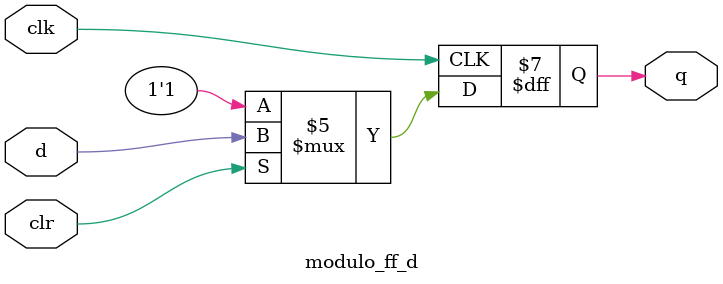
<source format=v>
module modulo_ff_d(d,clk,clr,q);

	input d,clk,clr;
	output reg q;
	
	
	initial begin
    q = 1'b1; 
	end
	
	always @(negedge clk) 
	
	begin 
	
		if(clr == 1'b0) 
		
		begin 
	
			q <= 1'b1;
	
		end 
		
		else 
		
		begin
		
			q <= d;
		
		end
	
	
	end



endmodule 
</source>
